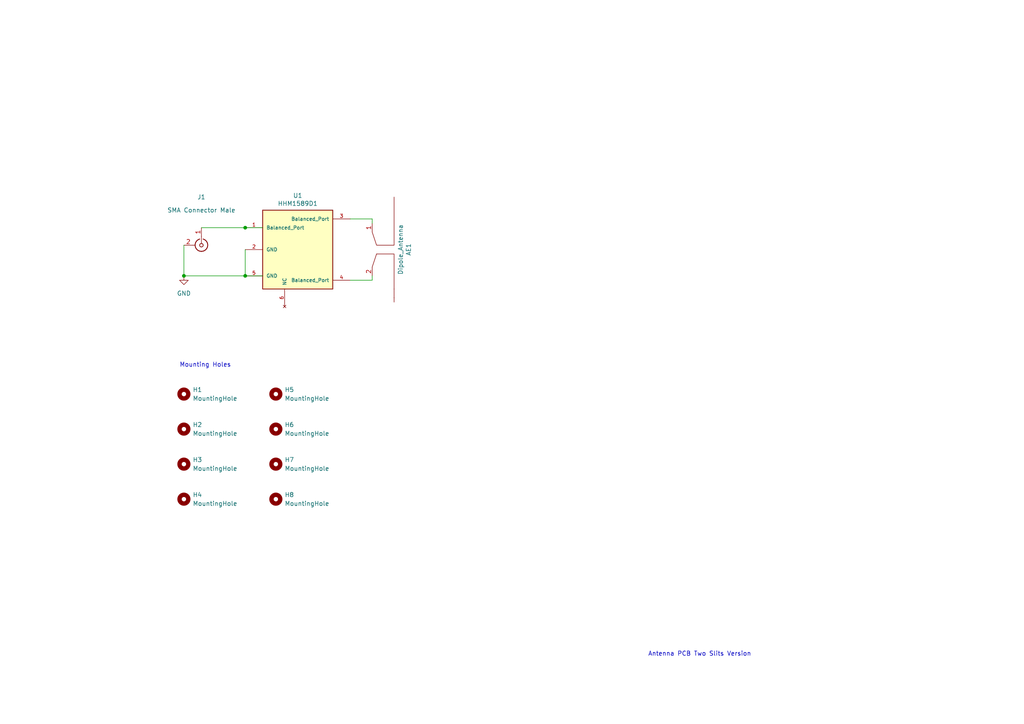
<source format=kicad_sch>
(kicad_sch (version 20211123) (generator eeschema)
  (paper "A4")
  (lib_symbols
    (symbol "Connector:Conn_Coaxial" (pin_names (offset 1.016) hide)
      (property "Reference" "J" (at 0.254 3.048 0))
      (property "Value" "Conn_Coaxial" (at 2.921 0 90))
      (symbol "Conn_Coaxial_0_1"
        (arc (start -1.778 -0.508) (mid 0.2311 -1.8066) (end 1.778 0) (stroke (width 0.254)))
        (polyline (pts (xy -2.54 0) (xy -0.508 0)))
        (polyline (pts (xy 0 -2.54) (xy 0 -1.778)))
        (circle (center 0 0) (radius 0.508) (stroke (width 0.2032)))
        (arc (start 1.778 0) (mid 0.2099 1.8101) (end -1.778 0.508) (stroke (width 0.254)))
      )
      (symbol "Conn_Coaxial_1_1"
        (pin passive line (at -5.08 0 0) (length 2.54) (name "In") (number "1"))
        (pin passive line (at 0 -5.08 90) (length 2.54) (name "Ext") (number "2"))
      )
    )
    (symbol "Mechanical:MountingHole" (pin_names (offset 1.016))
      (property "Reference" "H" (at 0 5.08 0))
      (property "Value" "MountingHole" (at 0 3.175 0))
      (symbol "MountingHole_0_1"
        (circle (center 0 0) (radius 1.27) (stroke (width 1.27)))
      )
    )
    (symbol "power:GND" (power) (pin_names (offset 0))
      (property "Value" "GND" (at 0 -3.81 0))
      (symbol "GND_0_1"
        (polyline (pts (xy 0 0) (xy 0 -1.27) (xy 1.27 -1.27) (xy 0 -2.54) (xy -1.27 -1.27) (xy 0 -1.27)))
      )
      (symbol "GND_1_1"
        (pin power_in line (at 0 0 270) (length 0) hide (name "GND") (number "1"))
      )
    )
    (symbol "solar-panel-side-Z-minus-rescue:HHM1589D1-sapling" (pin_names (offset 1.016))
      (property "Reference" "U" (at 0 0 0))
      (property "Value" "HHM1589D1-sapling" (at 0 2.54 0))
      (symbol "HHM1589D1-sapling_1_1"
        (rectangle (start -10.16 -25.4) (end 10.16 -2.54) (stroke (width 0.254)) (fill (type background)))
        (pin bidirectional line (at -15.24 -7.62 0) (length 5.08) (name "Balanced_Port") (number "1"))
        (pin power_in line (at -15.24 -13.97 0) (length 5.08) (name "GND") (number "2"))
        (pin bidirectional line (at 15.24 -5.08 180) (length 5.08) (name "Balanced_Port") (number "3"))
        (pin bidirectional line (at 15.24 -22.86 180) (length 5.08) (name "Balanced_Port") (number "4"))
        (pin power_in line (at -15.24 -21.59 0) (length 5.08) (name "GND") (number "5"))
        (pin no_connect line (at -3.81 -30.48 90) (length 5.08) (name "NC") (number "6"))
      )
    )
    (symbol "solar-panel-side-Z-minus-rescue:UHF_Dipole_Antenna-sapling" (pin_names (offset 1.016))
      (property "Reference" "AE" (at 0 2.54 0))
      (property "Value" "UHF_Dipole_Antenna-sapling" (at 0 5.08 0))
      (symbol "UHF_Dipole_Antenna-sapling_0_1"
        (polyline (pts (xy 1.27 -3.81) (xy 5.08 -5.08)))
        (polyline (pts (xy 11.43 1.27) (xy 13.97 1.27)))
        (polyline (pts (xy 13.97 1.27) (xy 15.24 1.27)))
        (polyline (pts (xy 1.27 -3.81) (xy 1.27 1.27) (xy 11.43 1.27)))
        (polyline (pts (xy -15.24 1.27) (xy -1.27 1.27) (xy -1.27 -3.81) (xy -5.08 -5.08)))
      )
      (symbol "UHF_Dipole_Antenna-sapling_1_1"
        (pin passive line (at -7.62 -5.08 0) (length 2.54) (name "~") (number "1"))
        (pin passive line (at 7.62 -5.08 180) (length 2.54) (name "~") (number "2"))
      )
    )
  )
  (junction (at 53.34 80.01))
  (junction (at 71.12 80.01))
  (junction (at 71.12 66.04))
  (wire (pts (xy 107.95 63.5) (xy 107.95 64.77)))
  (wire (pts (xy 107.95 80.01) (xy 107.95 81.28)))
  (wire (pts (xy 107.95 81.28) (xy 101.6 81.28)))
  (wire (pts (xy 76.2 80.01) (xy 71.12 80.01)))
  (wire (pts (xy 101.6 63.5) (xy 107.95 63.5)))
  (wire (pts (xy 58.42 66.04) (xy 71.12 66.04)))
  (wire (pts (xy 71.12 66.04) (xy 76.2 66.04)))
  (wire (pts (xy 71.12 72.39) (xy 71.12 80.01)))
  (wire (pts (xy 71.12 80.01) (xy 53.34 80.01)))
  (wire (pts (xy 53.34 80.01) (xy 53.34 71.12)))
  (text "Antenna PCB Two Slits Version" (at 187.96 190.5 0) (effects (font (size 1.27 1.27)) (justify left bottom)))
  (text "Mounting Holes" (at 52.07 106.68 0) (effects (font (size 1.27 1.27)) (justify left bottom)))
  (symbol (lib_id "Connector:Conn_Coaxial") (at 58.42 71.12 270) (unit 1)
    (property "Reference" "J1" (at 58.42 57.15 90))
    (property "Value" "SMA Connector Male" (at 58.42 60.96 90))
    (property "Footprint" "ISP:SMA_Connector" (effects hide))
    (property "Datasheet" " ~" (effects hide))
  )
  (symbol (lib_id "solar-panel-side-Z-minus-rescue:UHF_Dipole_Antenna-sapling") (at 113.03 72.39 270) (unit 1)
    (property "Reference" "AE1" (at 118.491 72.39 0))
    (property "Value" "Dipole_Antenna" (at 116.1796 72.39 0))
    (property "Footprint" "ISP:Antenna_Pads_Two_Slits" (effects hide))
  )
  (symbol (lib_id "Mechanical:MountingHole") (at 80.01 144.78 0) (unit 1)
    (property "Reference" "H8" (at 82.55 143.5099 0) (effects (justify left)))
    (property "Value" "MountingHole" (at 82.55 146.0499 0) (effects (justify left)))
    (property "Footprint" "MountingHole:MountingHole_2.7mm_M2.5_DIN965_Pad" (effects hide))
  )
  (symbol (lib_id "power:GND") (at 53.34 80.01 0) (unit 1)
    (property "Reference" "#PWR0101" (effects hide))
    (property "Value" "GND" (at 53.34 85.09 0))
  )
  (symbol (lib_id "Mechanical:MountingHole") (at 80.01 114.3 0) (unit 1)
    (property "Reference" "H5" (at 82.55 113.0299 0) (effects (justify left)))
    (property "Value" "MountingHole" (at 82.55 115.5699 0) (effects (justify left)))
    (property "Footprint" "MountingHole:MountingHole_2.7mm_M2.5_DIN965_Pad" (effects hide))
  )
  (symbol (lib_id "Mechanical:MountingHole") (at 53.34 134.62 0) (unit 1)
    (property "Reference" "H3" (at 55.88 133.3499 0) (effects (justify left)))
    (property "Value" "MountingHole" (at 55.88 135.8899 0) (effects (justify left)))
    (property "Footprint" "ISP:MountingHole_3.7mm_Pad_Modified" (effects hide))
  )
  (symbol (lib_id "Mechanical:MountingHole") (at 53.34 144.78 0) (unit 1)
    (property "Reference" "H4" (at 55.88 143.5099 0) (effects (justify left)))
    (property "Value" "MountingHole" (at 55.88 146.0499 0) (effects (justify left)))
    (property "Footprint" "ISP:MountingHole_3.7mm_Pad_Modified" (effects hide))
  )
  (symbol (lib_id "Mechanical:MountingHole") (at 80.01 124.46 0) (unit 1)
    (property "Reference" "H6" (at 82.55 123.1899 0) (effects (justify left)))
    (property "Value" "MountingHole" (at 82.55 125.7299 0) (effects (justify left)))
    (property "Footprint" "MountingHole:MountingHole_2.7mm_M2.5_DIN965_Pad" (effects hide))
  )
  (symbol (lib_id "Mechanical:MountingHole") (at 80.01 134.62 0) (unit 1)
    (property "Reference" "H7" (at 82.55 133.3499 0) (effects (justify left)))
    (property "Value" "MountingHole" (at 82.55 135.8899 0) (effects (justify left)))
    (property "Footprint" "MountingHole:MountingHole_2.7mm_M2.5_DIN965_Pad" (effects hide))
  )
  (symbol (lib_id "solar-panel-side-Z-minus-rescue:HHM1589D1-sapling") (at 86.36 58.42 0) (unit 1)
    (property "Reference" "U1" (at 86.36 56.7182 0))
    (property "Value" "HHM1589D1" (at 86.36 59.0296 0))
    (property "Footprint" "RF_Converter:Balun_Johanson_5400BL15B050E" (effects hide))
  )
  (symbol (lib_id "Mechanical:MountingHole") (at 53.34 124.46 0) (unit 1)
    (property "Reference" "H2" (at 55.88 123.1899 0) (effects (justify left)))
    (property "Value" "MountingHole" (at 55.88 125.7299 0) (effects (justify left)))
    (property "Footprint" "ISP:MountingHole_3.7mm_Pad_Modified" (effects hide))
  )
  (symbol (lib_id "Mechanical:MountingHole") (at 53.34 114.3 0) (unit 1)
    (property "Reference" "H1" (at 55.88 113.0299 0) (effects (justify left)))
    (property "Value" "MountingHole" (at 55.88 115.5699 0) (effects (justify left)))
    (property "Footprint" "ISP:MountingHole_3.7mm_Pad_Modified" (effects hide))
  )
)
</source>
